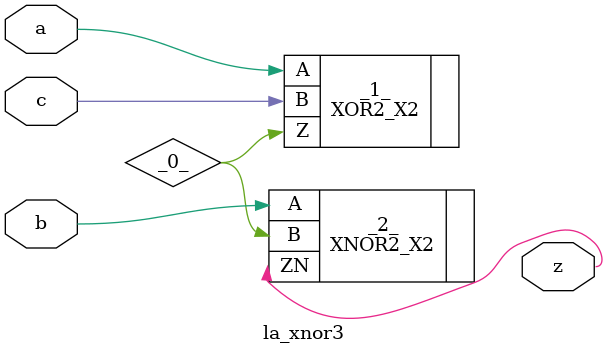
<source format=v>

/* Generated by Yosys 0.44 (git sha1 80ba43d26, g++ 11.4.0-1ubuntu1~22.04 -fPIC -O3) */

(* top =  1  *)
(* src = "inputs/la_xnor3.v:10.1-21.10" *)
module la_xnor3 (
    a,
    b,
    c,
    z
);
  wire _0_;
  (* src = "inputs/la_xnor3.v:13.12-13.13" *)
  input a;
  wire a;
  (* src = "inputs/la_xnor3.v:14.12-14.13" *)
  input b;
  wire b;
  (* src = "inputs/la_xnor3.v:15.12-15.13" *)
  input c;
  wire c;
  (* src = "inputs/la_xnor3.v:16.12-16.13" *)
  output z;
  wire z;
  XOR2_X2 _1_ (
      .A(a),
      .B(c),
      .Z(_0_)
  );
  XNOR2_X2 _2_ (
      .A (b),
      .B (_0_),
      .ZN(z)
  );
endmodule

</source>
